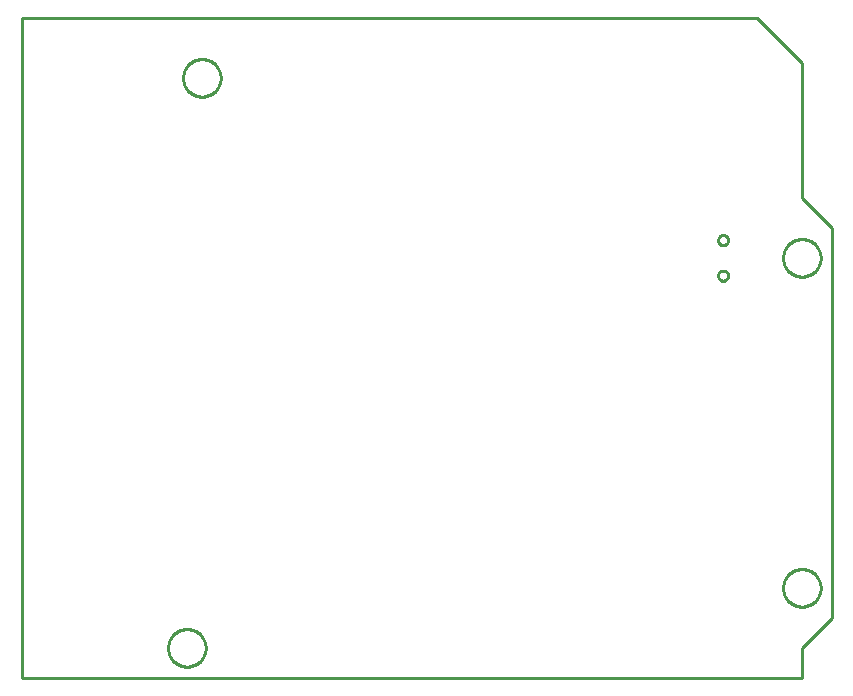
<source format=gko>
G04 EAGLE Gerber RS-274X export*
G75*
%MOMM*%
%FSLAX34Y34*%
%LPD*%
%INBoard Outline*%
%IPPOS*%
%AMOC8*
5,1,8,0,0,1.08239X$1,22.5*%
G01*
%ADD10C,0.000000*%
%ADD11C,0.254000*%


D10*
X0Y0D02*
X660200Y0D01*
X660200Y200D01*
X660400Y25400D01*
X685800Y50800D01*
X685800Y381000D01*
X660400Y406400D01*
X660200Y431600D01*
X660400Y520700D01*
X647700Y533400D01*
X634800Y545900D01*
X622100Y558800D01*
X0Y558800D01*
X0Y0D01*
X136525Y508000D02*
X136530Y508390D01*
X136544Y508779D01*
X136568Y509168D01*
X136601Y509556D01*
X136644Y509943D01*
X136697Y510329D01*
X136759Y510714D01*
X136830Y511097D01*
X136911Y511478D01*
X137001Y511857D01*
X137100Y512234D01*
X137209Y512608D01*
X137326Y512980D01*
X137453Y513348D01*
X137589Y513713D01*
X137733Y514075D01*
X137887Y514433D01*
X138049Y514787D01*
X138220Y515138D01*
X138399Y515483D01*
X138587Y515825D01*
X138784Y516161D01*
X138988Y516493D01*
X139200Y516820D01*
X139421Y517141D01*
X139649Y517457D01*
X139885Y517767D01*
X140128Y518071D01*
X140379Y518369D01*
X140637Y518661D01*
X140903Y518946D01*
X141175Y519225D01*
X141454Y519497D01*
X141739Y519763D01*
X142031Y520021D01*
X142329Y520272D01*
X142633Y520515D01*
X142943Y520751D01*
X143259Y520979D01*
X143580Y521200D01*
X143907Y521412D01*
X144239Y521616D01*
X144575Y521813D01*
X144917Y522001D01*
X145262Y522180D01*
X145613Y522351D01*
X145967Y522513D01*
X146325Y522667D01*
X146687Y522811D01*
X147052Y522947D01*
X147420Y523074D01*
X147792Y523191D01*
X148166Y523300D01*
X148543Y523399D01*
X148922Y523489D01*
X149303Y523570D01*
X149686Y523641D01*
X150071Y523703D01*
X150457Y523756D01*
X150844Y523799D01*
X151232Y523832D01*
X151621Y523856D01*
X152010Y523870D01*
X152400Y523875D01*
X152790Y523870D01*
X153179Y523856D01*
X153568Y523832D01*
X153956Y523799D01*
X154343Y523756D01*
X154729Y523703D01*
X155114Y523641D01*
X155497Y523570D01*
X155878Y523489D01*
X156257Y523399D01*
X156634Y523300D01*
X157008Y523191D01*
X157380Y523074D01*
X157748Y522947D01*
X158113Y522811D01*
X158475Y522667D01*
X158833Y522513D01*
X159187Y522351D01*
X159538Y522180D01*
X159883Y522001D01*
X160225Y521813D01*
X160561Y521616D01*
X160893Y521412D01*
X161220Y521200D01*
X161541Y520979D01*
X161857Y520751D01*
X162167Y520515D01*
X162471Y520272D01*
X162769Y520021D01*
X163061Y519763D01*
X163346Y519497D01*
X163625Y519225D01*
X163897Y518946D01*
X164163Y518661D01*
X164421Y518369D01*
X164672Y518071D01*
X164915Y517767D01*
X165151Y517457D01*
X165379Y517141D01*
X165600Y516820D01*
X165812Y516493D01*
X166016Y516161D01*
X166213Y515825D01*
X166401Y515483D01*
X166580Y515138D01*
X166751Y514787D01*
X166913Y514433D01*
X167067Y514075D01*
X167211Y513713D01*
X167347Y513348D01*
X167474Y512980D01*
X167591Y512608D01*
X167700Y512234D01*
X167799Y511857D01*
X167889Y511478D01*
X167970Y511097D01*
X168041Y510714D01*
X168103Y510329D01*
X168156Y509943D01*
X168199Y509556D01*
X168232Y509168D01*
X168256Y508779D01*
X168270Y508390D01*
X168275Y508000D01*
X168270Y507610D01*
X168256Y507221D01*
X168232Y506832D01*
X168199Y506444D01*
X168156Y506057D01*
X168103Y505671D01*
X168041Y505286D01*
X167970Y504903D01*
X167889Y504522D01*
X167799Y504143D01*
X167700Y503766D01*
X167591Y503392D01*
X167474Y503020D01*
X167347Y502652D01*
X167211Y502287D01*
X167067Y501925D01*
X166913Y501567D01*
X166751Y501213D01*
X166580Y500862D01*
X166401Y500517D01*
X166213Y500175D01*
X166016Y499839D01*
X165812Y499507D01*
X165600Y499180D01*
X165379Y498859D01*
X165151Y498543D01*
X164915Y498233D01*
X164672Y497929D01*
X164421Y497631D01*
X164163Y497339D01*
X163897Y497054D01*
X163625Y496775D01*
X163346Y496503D01*
X163061Y496237D01*
X162769Y495979D01*
X162471Y495728D01*
X162167Y495485D01*
X161857Y495249D01*
X161541Y495021D01*
X161220Y494800D01*
X160893Y494588D01*
X160561Y494384D01*
X160225Y494187D01*
X159883Y493999D01*
X159538Y493820D01*
X159187Y493649D01*
X158833Y493487D01*
X158475Y493333D01*
X158113Y493189D01*
X157748Y493053D01*
X157380Y492926D01*
X157008Y492809D01*
X156634Y492700D01*
X156257Y492601D01*
X155878Y492511D01*
X155497Y492430D01*
X155114Y492359D01*
X154729Y492297D01*
X154343Y492244D01*
X153956Y492201D01*
X153568Y492168D01*
X153179Y492144D01*
X152790Y492130D01*
X152400Y492125D01*
X152010Y492130D01*
X151621Y492144D01*
X151232Y492168D01*
X150844Y492201D01*
X150457Y492244D01*
X150071Y492297D01*
X149686Y492359D01*
X149303Y492430D01*
X148922Y492511D01*
X148543Y492601D01*
X148166Y492700D01*
X147792Y492809D01*
X147420Y492926D01*
X147052Y493053D01*
X146687Y493189D01*
X146325Y493333D01*
X145967Y493487D01*
X145613Y493649D01*
X145262Y493820D01*
X144917Y493999D01*
X144575Y494187D01*
X144239Y494384D01*
X143907Y494588D01*
X143580Y494800D01*
X143259Y495021D01*
X142943Y495249D01*
X142633Y495485D01*
X142329Y495728D01*
X142031Y495979D01*
X141739Y496237D01*
X141454Y496503D01*
X141175Y496775D01*
X140903Y497054D01*
X140637Y497339D01*
X140379Y497631D01*
X140128Y497929D01*
X139885Y498233D01*
X139649Y498543D01*
X139421Y498859D01*
X139200Y499180D01*
X138988Y499507D01*
X138784Y499839D01*
X138587Y500175D01*
X138399Y500517D01*
X138220Y500862D01*
X138049Y501213D01*
X137887Y501567D01*
X137733Y501925D01*
X137589Y502287D01*
X137453Y502652D01*
X137326Y503020D01*
X137209Y503392D01*
X137100Y503766D01*
X137001Y504143D01*
X136911Y504522D01*
X136830Y504903D01*
X136759Y505286D01*
X136697Y505671D01*
X136644Y506057D01*
X136601Y506444D01*
X136568Y506832D01*
X136544Y507221D01*
X136530Y507610D01*
X136525Y508000D01*
X644525Y355600D02*
X644530Y355990D01*
X644544Y356379D01*
X644568Y356768D01*
X644601Y357156D01*
X644644Y357543D01*
X644697Y357929D01*
X644759Y358314D01*
X644830Y358697D01*
X644911Y359078D01*
X645001Y359457D01*
X645100Y359834D01*
X645209Y360208D01*
X645326Y360580D01*
X645453Y360948D01*
X645589Y361313D01*
X645733Y361675D01*
X645887Y362033D01*
X646049Y362387D01*
X646220Y362738D01*
X646399Y363083D01*
X646587Y363425D01*
X646784Y363761D01*
X646988Y364093D01*
X647200Y364420D01*
X647421Y364741D01*
X647649Y365057D01*
X647885Y365367D01*
X648128Y365671D01*
X648379Y365969D01*
X648637Y366261D01*
X648903Y366546D01*
X649175Y366825D01*
X649454Y367097D01*
X649739Y367363D01*
X650031Y367621D01*
X650329Y367872D01*
X650633Y368115D01*
X650943Y368351D01*
X651259Y368579D01*
X651580Y368800D01*
X651907Y369012D01*
X652239Y369216D01*
X652575Y369413D01*
X652917Y369601D01*
X653262Y369780D01*
X653613Y369951D01*
X653967Y370113D01*
X654325Y370267D01*
X654687Y370411D01*
X655052Y370547D01*
X655420Y370674D01*
X655792Y370791D01*
X656166Y370900D01*
X656543Y370999D01*
X656922Y371089D01*
X657303Y371170D01*
X657686Y371241D01*
X658071Y371303D01*
X658457Y371356D01*
X658844Y371399D01*
X659232Y371432D01*
X659621Y371456D01*
X660010Y371470D01*
X660400Y371475D01*
X660790Y371470D01*
X661179Y371456D01*
X661568Y371432D01*
X661956Y371399D01*
X662343Y371356D01*
X662729Y371303D01*
X663114Y371241D01*
X663497Y371170D01*
X663878Y371089D01*
X664257Y370999D01*
X664634Y370900D01*
X665008Y370791D01*
X665380Y370674D01*
X665748Y370547D01*
X666113Y370411D01*
X666475Y370267D01*
X666833Y370113D01*
X667187Y369951D01*
X667538Y369780D01*
X667883Y369601D01*
X668225Y369413D01*
X668561Y369216D01*
X668893Y369012D01*
X669220Y368800D01*
X669541Y368579D01*
X669857Y368351D01*
X670167Y368115D01*
X670471Y367872D01*
X670769Y367621D01*
X671061Y367363D01*
X671346Y367097D01*
X671625Y366825D01*
X671897Y366546D01*
X672163Y366261D01*
X672421Y365969D01*
X672672Y365671D01*
X672915Y365367D01*
X673151Y365057D01*
X673379Y364741D01*
X673600Y364420D01*
X673812Y364093D01*
X674016Y363761D01*
X674213Y363425D01*
X674401Y363083D01*
X674580Y362738D01*
X674751Y362387D01*
X674913Y362033D01*
X675067Y361675D01*
X675211Y361313D01*
X675347Y360948D01*
X675474Y360580D01*
X675591Y360208D01*
X675700Y359834D01*
X675799Y359457D01*
X675889Y359078D01*
X675970Y358697D01*
X676041Y358314D01*
X676103Y357929D01*
X676156Y357543D01*
X676199Y357156D01*
X676232Y356768D01*
X676256Y356379D01*
X676270Y355990D01*
X676275Y355600D01*
X676270Y355210D01*
X676256Y354821D01*
X676232Y354432D01*
X676199Y354044D01*
X676156Y353657D01*
X676103Y353271D01*
X676041Y352886D01*
X675970Y352503D01*
X675889Y352122D01*
X675799Y351743D01*
X675700Y351366D01*
X675591Y350992D01*
X675474Y350620D01*
X675347Y350252D01*
X675211Y349887D01*
X675067Y349525D01*
X674913Y349167D01*
X674751Y348813D01*
X674580Y348462D01*
X674401Y348117D01*
X674213Y347775D01*
X674016Y347439D01*
X673812Y347107D01*
X673600Y346780D01*
X673379Y346459D01*
X673151Y346143D01*
X672915Y345833D01*
X672672Y345529D01*
X672421Y345231D01*
X672163Y344939D01*
X671897Y344654D01*
X671625Y344375D01*
X671346Y344103D01*
X671061Y343837D01*
X670769Y343579D01*
X670471Y343328D01*
X670167Y343085D01*
X669857Y342849D01*
X669541Y342621D01*
X669220Y342400D01*
X668893Y342188D01*
X668561Y341984D01*
X668225Y341787D01*
X667883Y341599D01*
X667538Y341420D01*
X667187Y341249D01*
X666833Y341087D01*
X666475Y340933D01*
X666113Y340789D01*
X665748Y340653D01*
X665380Y340526D01*
X665008Y340409D01*
X664634Y340300D01*
X664257Y340201D01*
X663878Y340111D01*
X663497Y340030D01*
X663114Y339959D01*
X662729Y339897D01*
X662343Y339844D01*
X661956Y339801D01*
X661568Y339768D01*
X661179Y339744D01*
X660790Y339730D01*
X660400Y339725D01*
X660010Y339730D01*
X659621Y339744D01*
X659232Y339768D01*
X658844Y339801D01*
X658457Y339844D01*
X658071Y339897D01*
X657686Y339959D01*
X657303Y340030D01*
X656922Y340111D01*
X656543Y340201D01*
X656166Y340300D01*
X655792Y340409D01*
X655420Y340526D01*
X655052Y340653D01*
X654687Y340789D01*
X654325Y340933D01*
X653967Y341087D01*
X653613Y341249D01*
X653262Y341420D01*
X652917Y341599D01*
X652575Y341787D01*
X652239Y341984D01*
X651907Y342188D01*
X651580Y342400D01*
X651259Y342621D01*
X650943Y342849D01*
X650633Y343085D01*
X650329Y343328D01*
X650031Y343579D01*
X649739Y343837D01*
X649454Y344103D01*
X649175Y344375D01*
X648903Y344654D01*
X648637Y344939D01*
X648379Y345231D01*
X648128Y345529D01*
X647885Y345833D01*
X647649Y346143D01*
X647421Y346459D01*
X647200Y346780D01*
X646988Y347107D01*
X646784Y347439D01*
X646587Y347775D01*
X646399Y348117D01*
X646220Y348462D01*
X646049Y348813D01*
X645887Y349167D01*
X645733Y349525D01*
X645589Y349887D01*
X645453Y350252D01*
X645326Y350620D01*
X645209Y350992D01*
X645100Y351366D01*
X645001Y351743D01*
X644911Y352122D01*
X644830Y352503D01*
X644759Y352886D01*
X644697Y353271D01*
X644644Y353657D01*
X644601Y354044D01*
X644568Y354432D01*
X644544Y354821D01*
X644530Y355210D01*
X644525Y355600D01*
X644525Y76200D02*
X644530Y76590D01*
X644544Y76979D01*
X644568Y77368D01*
X644601Y77756D01*
X644644Y78143D01*
X644697Y78529D01*
X644759Y78914D01*
X644830Y79297D01*
X644911Y79678D01*
X645001Y80057D01*
X645100Y80434D01*
X645209Y80808D01*
X645326Y81180D01*
X645453Y81548D01*
X645589Y81913D01*
X645733Y82275D01*
X645887Y82633D01*
X646049Y82987D01*
X646220Y83338D01*
X646399Y83683D01*
X646587Y84025D01*
X646784Y84361D01*
X646988Y84693D01*
X647200Y85020D01*
X647421Y85341D01*
X647649Y85657D01*
X647885Y85967D01*
X648128Y86271D01*
X648379Y86569D01*
X648637Y86861D01*
X648903Y87146D01*
X649175Y87425D01*
X649454Y87697D01*
X649739Y87963D01*
X650031Y88221D01*
X650329Y88472D01*
X650633Y88715D01*
X650943Y88951D01*
X651259Y89179D01*
X651580Y89400D01*
X651907Y89612D01*
X652239Y89816D01*
X652575Y90013D01*
X652917Y90201D01*
X653262Y90380D01*
X653613Y90551D01*
X653967Y90713D01*
X654325Y90867D01*
X654687Y91011D01*
X655052Y91147D01*
X655420Y91274D01*
X655792Y91391D01*
X656166Y91500D01*
X656543Y91599D01*
X656922Y91689D01*
X657303Y91770D01*
X657686Y91841D01*
X658071Y91903D01*
X658457Y91956D01*
X658844Y91999D01*
X659232Y92032D01*
X659621Y92056D01*
X660010Y92070D01*
X660400Y92075D01*
X660790Y92070D01*
X661179Y92056D01*
X661568Y92032D01*
X661956Y91999D01*
X662343Y91956D01*
X662729Y91903D01*
X663114Y91841D01*
X663497Y91770D01*
X663878Y91689D01*
X664257Y91599D01*
X664634Y91500D01*
X665008Y91391D01*
X665380Y91274D01*
X665748Y91147D01*
X666113Y91011D01*
X666475Y90867D01*
X666833Y90713D01*
X667187Y90551D01*
X667538Y90380D01*
X667883Y90201D01*
X668225Y90013D01*
X668561Y89816D01*
X668893Y89612D01*
X669220Y89400D01*
X669541Y89179D01*
X669857Y88951D01*
X670167Y88715D01*
X670471Y88472D01*
X670769Y88221D01*
X671061Y87963D01*
X671346Y87697D01*
X671625Y87425D01*
X671897Y87146D01*
X672163Y86861D01*
X672421Y86569D01*
X672672Y86271D01*
X672915Y85967D01*
X673151Y85657D01*
X673379Y85341D01*
X673600Y85020D01*
X673812Y84693D01*
X674016Y84361D01*
X674213Y84025D01*
X674401Y83683D01*
X674580Y83338D01*
X674751Y82987D01*
X674913Y82633D01*
X675067Y82275D01*
X675211Y81913D01*
X675347Y81548D01*
X675474Y81180D01*
X675591Y80808D01*
X675700Y80434D01*
X675799Y80057D01*
X675889Y79678D01*
X675970Y79297D01*
X676041Y78914D01*
X676103Y78529D01*
X676156Y78143D01*
X676199Y77756D01*
X676232Y77368D01*
X676256Y76979D01*
X676270Y76590D01*
X676275Y76200D01*
X676270Y75810D01*
X676256Y75421D01*
X676232Y75032D01*
X676199Y74644D01*
X676156Y74257D01*
X676103Y73871D01*
X676041Y73486D01*
X675970Y73103D01*
X675889Y72722D01*
X675799Y72343D01*
X675700Y71966D01*
X675591Y71592D01*
X675474Y71220D01*
X675347Y70852D01*
X675211Y70487D01*
X675067Y70125D01*
X674913Y69767D01*
X674751Y69413D01*
X674580Y69062D01*
X674401Y68717D01*
X674213Y68375D01*
X674016Y68039D01*
X673812Y67707D01*
X673600Y67380D01*
X673379Y67059D01*
X673151Y66743D01*
X672915Y66433D01*
X672672Y66129D01*
X672421Y65831D01*
X672163Y65539D01*
X671897Y65254D01*
X671625Y64975D01*
X671346Y64703D01*
X671061Y64437D01*
X670769Y64179D01*
X670471Y63928D01*
X670167Y63685D01*
X669857Y63449D01*
X669541Y63221D01*
X669220Y63000D01*
X668893Y62788D01*
X668561Y62584D01*
X668225Y62387D01*
X667883Y62199D01*
X667538Y62020D01*
X667187Y61849D01*
X666833Y61687D01*
X666475Y61533D01*
X666113Y61389D01*
X665748Y61253D01*
X665380Y61126D01*
X665008Y61009D01*
X664634Y60900D01*
X664257Y60801D01*
X663878Y60711D01*
X663497Y60630D01*
X663114Y60559D01*
X662729Y60497D01*
X662343Y60444D01*
X661956Y60401D01*
X661568Y60368D01*
X661179Y60344D01*
X660790Y60330D01*
X660400Y60325D01*
X660010Y60330D01*
X659621Y60344D01*
X659232Y60368D01*
X658844Y60401D01*
X658457Y60444D01*
X658071Y60497D01*
X657686Y60559D01*
X657303Y60630D01*
X656922Y60711D01*
X656543Y60801D01*
X656166Y60900D01*
X655792Y61009D01*
X655420Y61126D01*
X655052Y61253D01*
X654687Y61389D01*
X654325Y61533D01*
X653967Y61687D01*
X653613Y61849D01*
X653262Y62020D01*
X652917Y62199D01*
X652575Y62387D01*
X652239Y62584D01*
X651907Y62788D01*
X651580Y63000D01*
X651259Y63221D01*
X650943Y63449D01*
X650633Y63685D01*
X650329Y63928D01*
X650031Y64179D01*
X649739Y64437D01*
X649454Y64703D01*
X649175Y64975D01*
X648903Y65254D01*
X648637Y65539D01*
X648379Y65831D01*
X648128Y66129D01*
X647885Y66433D01*
X647649Y66743D01*
X647421Y67059D01*
X647200Y67380D01*
X646988Y67707D01*
X646784Y68039D01*
X646587Y68375D01*
X646399Y68717D01*
X646220Y69062D01*
X646049Y69413D01*
X645887Y69767D01*
X645733Y70125D01*
X645589Y70487D01*
X645453Y70852D01*
X645326Y71220D01*
X645209Y71592D01*
X645100Y71966D01*
X645001Y72343D01*
X644911Y72722D01*
X644830Y73103D01*
X644759Y73486D01*
X644697Y73871D01*
X644644Y74257D01*
X644601Y74644D01*
X644568Y75032D01*
X644544Y75421D01*
X644530Y75810D01*
X644525Y76200D01*
X123825Y25400D02*
X123830Y25790D01*
X123844Y26179D01*
X123868Y26568D01*
X123901Y26956D01*
X123944Y27343D01*
X123997Y27729D01*
X124059Y28114D01*
X124130Y28497D01*
X124211Y28878D01*
X124301Y29257D01*
X124400Y29634D01*
X124509Y30008D01*
X124626Y30380D01*
X124753Y30748D01*
X124889Y31113D01*
X125033Y31475D01*
X125187Y31833D01*
X125349Y32187D01*
X125520Y32538D01*
X125699Y32883D01*
X125887Y33225D01*
X126084Y33561D01*
X126288Y33893D01*
X126500Y34220D01*
X126721Y34541D01*
X126949Y34857D01*
X127185Y35167D01*
X127428Y35471D01*
X127679Y35769D01*
X127937Y36061D01*
X128203Y36346D01*
X128475Y36625D01*
X128754Y36897D01*
X129039Y37163D01*
X129331Y37421D01*
X129629Y37672D01*
X129933Y37915D01*
X130243Y38151D01*
X130559Y38379D01*
X130880Y38600D01*
X131207Y38812D01*
X131539Y39016D01*
X131875Y39213D01*
X132217Y39401D01*
X132562Y39580D01*
X132913Y39751D01*
X133267Y39913D01*
X133625Y40067D01*
X133987Y40211D01*
X134352Y40347D01*
X134720Y40474D01*
X135092Y40591D01*
X135466Y40700D01*
X135843Y40799D01*
X136222Y40889D01*
X136603Y40970D01*
X136986Y41041D01*
X137371Y41103D01*
X137757Y41156D01*
X138144Y41199D01*
X138532Y41232D01*
X138921Y41256D01*
X139310Y41270D01*
X139700Y41275D01*
X140090Y41270D01*
X140479Y41256D01*
X140868Y41232D01*
X141256Y41199D01*
X141643Y41156D01*
X142029Y41103D01*
X142414Y41041D01*
X142797Y40970D01*
X143178Y40889D01*
X143557Y40799D01*
X143934Y40700D01*
X144308Y40591D01*
X144680Y40474D01*
X145048Y40347D01*
X145413Y40211D01*
X145775Y40067D01*
X146133Y39913D01*
X146487Y39751D01*
X146838Y39580D01*
X147183Y39401D01*
X147525Y39213D01*
X147861Y39016D01*
X148193Y38812D01*
X148520Y38600D01*
X148841Y38379D01*
X149157Y38151D01*
X149467Y37915D01*
X149771Y37672D01*
X150069Y37421D01*
X150361Y37163D01*
X150646Y36897D01*
X150925Y36625D01*
X151197Y36346D01*
X151463Y36061D01*
X151721Y35769D01*
X151972Y35471D01*
X152215Y35167D01*
X152451Y34857D01*
X152679Y34541D01*
X152900Y34220D01*
X153112Y33893D01*
X153316Y33561D01*
X153513Y33225D01*
X153701Y32883D01*
X153880Y32538D01*
X154051Y32187D01*
X154213Y31833D01*
X154367Y31475D01*
X154511Y31113D01*
X154647Y30748D01*
X154774Y30380D01*
X154891Y30008D01*
X155000Y29634D01*
X155099Y29257D01*
X155189Y28878D01*
X155270Y28497D01*
X155341Y28114D01*
X155403Y27729D01*
X155456Y27343D01*
X155499Y26956D01*
X155532Y26568D01*
X155556Y26179D01*
X155570Y25790D01*
X155575Y25400D01*
X155570Y25010D01*
X155556Y24621D01*
X155532Y24232D01*
X155499Y23844D01*
X155456Y23457D01*
X155403Y23071D01*
X155341Y22686D01*
X155270Y22303D01*
X155189Y21922D01*
X155099Y21543D01*
X155000Y21166D01*
X154891Y20792D01*
X154774Y20420D01*
X154647Y20052D01*
X154511Y19687D01*
X154367Y19325D01*
X154213Y18967D01*
X154051Y18613D01*
X153880Y18262D01*
X153701Y17917D01*
X153513Y17575D01*
X153316Y17239D01*
X153112Y16907D01*
X152900Y16580D01*
X152679Y16259D01*
X152451Y15943D01*
X152215Y15633D01*
X151972Y15329D01*
X151721Y15031D01*
X151463Y14739D01*
X151197Y14454D01*
X150925Y14175D01*
X150646Y13903D01*
X150361Y13637D01*
X150069Y13379D01*
X149771Y13128D01*
X149467Y12885D01*
X149157Y12649D01*
X148841Y12421D01*
X148520Y12200D01*
X148193Y11988D01*
X147861Y11784D01*
X147525Y11587D01*
X147183Y11399D01*
X146838Y11220D01*
X146487Y11049D01*
X146133Y10887D01*
X145775Y10733D01*
X145413Y10589D01*
X145048Y10453D01*
X144680Y10326D01*
X144308Y10209D01*
X143934Y10100D01*
X143557Y10001D01*
X143178Y9911D01*
X142797Y9830D01*
X142414Y9759D01*
X142029Y9697D01*
X141643Y9644D01*
X141256Y9601D01*
X140868Y9568D01*
X140479Y9544D01*
X140090Y9530D01*
X139700Y9525D01*
X139310Y9530D01*
X138921Y9544D01*
X138532Y9568D01*
X138144Y9601D01*
X137757Y9644D01*
X137371Y9697D01*
X136986Y9759D01*
X136603Y9830D01*
X136222Y9911D01*
X135843Y10001D01*
X135466Y10100D01*
X135092Y10209D01*
X134720Y10326D01*
X134352Y10453D01*
X133987Y10589D01*
X133625Y10733D01*
X133267Y10887D01*
X132913Y11049D01*
X132562Y11220D01*
X132217Y11399D01*
X131875Y11587D01*
X131539Y11784D01*
X131207Y11988D01*
X130880Y12200D01*
X130559Y12421D01*
X130243Y12649D01*
X129933Y12885D01*
X129629Y13128D01*
X129331Y13379D01*
X129039Y13637D01*
X128754Y13903D01*
X128475Y14175D01*
X128203Y14454D01*
X127937Y14739D01*
X127679Y15031D01*
X127428Y15329D01*
X127185Y15633D01*
X126949Y15943D01*
X126721Y16259D01*
X126500Y16580D01*
X126288Y16907D01*
X126084Y17239D01*
X125887Y17575D01*
X125699Y17917D01*
X125520Y18262D01*
X125349Y18613D01*
X125187Y18967D01*
X125033Y19325D01*
X124889Y19687D01*
X124753Y20052D01*
X124626Y20420D01*
X124509Y20792D01*
X124400Y21166D01*
X124301Y21543D01*
X124211Y21922D01*
X124130Y22303D01*
X124059Y22686D01*
X123997Y23071D01*
X123944Y23457D01*
X123901Y23844D01*
X123868Y24232D01*
X123844Y24621D01*
X123830Y25010D01*
X123825Y25400D01*
X589475Y370600D02*
X589477Y370730D01*
X589483Y370860D01*
X589493Y370990D01*
X589507Y371120D01*
X589525Y371249D01*
X589547Y371377D01*
X589572Y371505D01*
X589602Y371632D01*
X589636Y371758D01*
X589673Y371882D01*
X589714Y372006D01*
X589759Y372128D01*
X589808Y372249D01*
X589860Y372368D01*
X589916Y372486D01*
X589976Y372602D01*
X590039Y372716D01*
X590106Y372828D01*
X590176Y372937D01*
X590249Y373045D01*
X590325Y373150D01*
X590405Y373253D01*
X590488Y373354D01*
X590574Y373452D01*
X590663Y373547D01*
X590755Y373640D01*
X590849Y373729D01*
X590946Y373816D01*
X591046Y373899D01*
X591149Y373980D01*
X591253Y374057D01*
X591360Y374131D01*
X591470Y374202D01*
X591581Y374270D01*
X591695Y374334D01*
X591810Y374394D01*
X591927Y374451D01*
X592046Y374504D01*
X592167Y374554D01*
X592288Y374600D01*
X592412Y374642D01*
X592536Y374680D01*
X592662Y374715D01*
X592788Y374746D01*
X592916Y374772D01*
X593044Y374795D01*
X593173Y374814D01*
X593302Y374829D01*
X593432Y374840D01*
X593562Y374847D01*
X593692Y374850D01*
X593823Y374849D01*
X593953Y374844D01*
X594083Y374835D01*
X594212Y374822D01*
X594342Y374805D01*
X594470Y374784D01*
X594598Y374759D01*
X594725Y374731D01*
X594851Y374698D01*
X594976Y374662D01*
X595100Y374621D01*
X595223Y374577D01*
X595344Y374530D01*
X595464Y374478D01*
X595582Y374423D01*
X595698Y374364D01*
X595812Y374302D01*
X595925Y374236D01*
X596035Y374167D01*
X596143Y374095D01*
X596249Y374019D01*
X596353Y373940D01*
X596454Y373858D01*
X596553Y373773D01*
X596649Y373685D01*
X596742Y373594D01*
X596832Y373500D01*
X596919Y373403D01*
X597004Y373304D01*
X597085Y373202D01*
X597163Y373098D01*
X597238Y372992D01*
X597310Y372883D01*
X597378Y372772D01*
X597443Y372659D01*
X597504Y372544D01*
X597562Y372427D01*
X597616Y372309D01*
X597667Y372189D01*
X597714Y372067D01*
X597757Y371944D01*
X597796Y371820D01*
X597832Y371695D01*
X597863Y371568D01*
X597891Y371441D01*
X597915Y371313D01*
X597935Y371184D01*
X597951Y371055D01*
X597963Y370925D01*
X597971Y370795D01*
X597975Y370665D01*
X597975Y370535D01*
X597971Y370405D01*
X597963Y370275D01*
X597951Y370145D01*
X597935Y370016D01*
X597915Y369887D01*
X597891Y369759D01*
X597863Y369632D01*
X597832Y369505D01*
X597796Y369380D01*
X597757Y369256D01*
X597714Y369133D01*
X597667Y369011D01*
X597616Y368891D01*
X597562Y368773D01*
X597504Y368656D01*
X597443Y368541D01*
X597378Y368428D01*
X597310Y368317D01*
X597238Y368208D01*
X597163Y368102D01*
X597085Y367998D01*
X597004Y367896D01*
X596919Y367797D01*
X596832Y367700D01*
X596742Y367606D01*
X596649Y367515D01*
X596553Y367427D01*
X596454Y367342D01*
X596353Y367260D01*
X596249Y367181D01*
X596143Y367105D01*
X596035Y367033D01*
X595925Y366964D01*
X595812Y366898D01*
X595698Y366836D01*
X595582Y366777D01*
X595464Y366722D01*
X595344Y366670D01*
X595223Y366623D01*
X595100Y366579D01*
X594976Y366538D01*
X594851Y366502D01*
X594725Y366469D01*
X594598Y366441D01*
X594470Y366416D01*
X594342Y366395D01*
X594212Y366378D01*
X594083Y366365D01*
X593953Y366356D01*
X593823Y366351D01*
X593692Y366350D01*
X593562Y366353D01*
X593432Y366360D01*
X593302Y366371D01*
X593173Y366386D01*
X593044Y366405D01*
X592916Y366428D01*
X592788Y366454D01*
X592662Y366485D01*
X592536Y366520D01*
X592412Y366558D01*
X592288Y366600D01*
X592167Y366646D01*
X592046Y366696D01*
X591927Y366749D01*
X591810Y366806D01*
X591695Y366866D01*
X591581Y366930D01*
X591470Y366998D01*
X591360Y367069D01*
X591253Y367143D01*
X591149Y367220D01*
X591046Y367301D01*
X590946Y367384D01*
X590849Y367471D01*
X590755Y367560D01*
X590663Y367653D01*
X590574Y367748D01*
X590488Y367846D01*
X590405Y367947D01*
X590325Y368050D01*
X590249Y368155D01*
X590176Y368263D01*
X590106Y368372D01*
X590039Y368484D01*
X589976Y368598D01*
X589916Y368714D01*
X589860Y368832D01*
X589808Y368951D01*
X589759Y369072D01*
X589714Y369194D01*
X589673Y369318D01*
X589636Y369442D01*
X589602Y369568D01*
X589572Y369695D01*
X589547Y369823D01*
X589525Y369951D01*
X589507Y370080D01*
X589493Y370210D01*
X589483Y370340D01*
X589477Y370470D01*
X589475Y370600D01*
X589475Y340600D02*
X589477Y340730D01*
X589483Y340860D01*
X589493Y340990D01*
X589507Y341120D01*
X589525Y341249D01*
X589547Y341377D01*
X589572Y341505D01*
X589602Y341632D01*
X589636Y341758D01*
X589673Y341882D01*
X589714Y342006D01*
X589759Y342128D01*
X589808Y342249D01*
X589860Y342368D01*
X589916Y342486D01*
X589976Y342602D01*
X590039Y342716D01*
X590106Y342828D01*
X590176Y342937D01*
X590249Y343045D01*
X590325Y343150D01*
X590405Y343253D01*
X590488Y343354D01*
X590574Y343452D01*
X590663Y343547D01*
X590755Y343640D01*
X590849Y343729D01*
X590946Y343816D01*
X591046Y343899D01*
X591149Y343980D01*
X591253Y344057D01*
X591360Y344131D01*
X591470Y344202D01*
X591581Y344270D01*
X591695Y344334D01*
X591810Y344394D01*
X591927Y344451D01*
X592046Y344504D01*
X592167Y344554D01*
X592288Y344600D01*
X592412Y344642D01*
X592536Y344680D01*
X592662Y344715D01*
X592788Y344746D01*
X592916Y344772D01*
X593044Y344795D01*
X593173Y344814D01*
X593302Y344829D01*
X593432Y344840D01*
X593562Y344847D01*
X593692Y344850D01*
X593823Y344849D01*
X593953Y344844D01*
X594083Y344835D01*
X594212Y344822D01*
X594342Y344805D01*
X594470Y344784D01*
X594598Y344759D01*
X594725Y344731D01*
X594851Y344698D01*
X594976Y344662D01*
X595100Y344621D01*
X595223Y344577D01*
X595344Y344530D01*
X595464Y344478D01*
X595582Y344423D01*
X595698Y344364D01*
X595812Y344302D01*
X595925Y344236D01*
X596035Y344167D01*
X596143Y344095D01*
X596249Y344019D01*
X596353Y343940D01*
X596454Y343858D01*
X596553Y343773D01*
X596649Y343685D01*
X596742Y343594D01*
X596832Y343500D01*
X596919Y343403D01*
X597004Y343304D01*
X597085Y343202D01*
X597163Y343098D01*
X597238Y342992D01*
X597310Y342883D01*
X597378Y342772D01*
X597443Y342659D01*
X597504Y342544D01*
X597562Y342427D01*
X597616Y342309D01*
X597667Y342189D01*
X597714Y342067D01*
X597757Y341944D01*
X597796Y341820D01*
X597832Y341695D01*
X597863Y341568D01*
X597891Y341441D01*
X597915Y341313D01*
X597935Y341184D01*
X597951Y341055D01*
X597963Y340925D01*
X597971Y340795D01*
X597975Y340665D01*
X597975Y340535D01*
X597971Y340405D01*
X597963Y340275D01*
X597951Y340145D01*
X597935Y340016D01*
X597915Y339887D01*
X597891Y339759D01*
X597863Y339632D01*
X597832Y339505D01*
X597796Y339380D01*
X597757Y339256D01*
X597714Y339133D01*
X597667Y339011D01*
X597616Y338891D01*
X597562Y338773D01*
X597504Y338656D01*
X597443Y338541D01*
X597378Y338428D01*
X597310Y338317D01*
X597238Y338208D01*
X597163Y338102D01*
X597085Y337998D01*
X597004Y337896D01*
X596919Y337797D01*
X596832Y337700D01*
X596742Y337606D01*
X596649Y337515D01*
X596553Y337427D01*
X596454Y337342D01*
X596353Y337260D01*
X596249Y337181D01*
X596143Y337105D01*
X596035Y337033D01*
X595925Y336964D01*
X595812Y336898D01*
X595698Y336836D01*
X595582Y336777D01*
X595464Y336722D01*
X595344Y336670D01*
X595223Y336623D01*
X595100Y336579D01*
X594976Y336538D01*
X594851Y336502D01*
X594725Y336469D01*
X594598Y336441D01*
X594470Y336416D01*
X594342Y336395D01*
X594212Y336378D01*
X594083Y336365D01*
X593953Y336356D01*
X593823Y336351D01*
X593692Y336350D01*
X593562Y336353D01*
X593432Y336360D01*
X593302Y336371D01*
X593173Y336386D01*
X593044Y336405D01*
X592916Y336428D01*
X592788Y336454D01*
X592662Y336485D01*
X592536Y336520D01*
X592412Y336558D01*
X592288Y336600D01*
X592167Y336646D01*
X592046Y336696D01*
X591927Y336749D01*
X591810Y336806D01*
X591695Y336866D01*
X591581Y336930D01*
X591470Y336998D01*
X591360Y337069D01*
X591253Y337143D01*
X591149Y337220D01*
X591046Y337301D01*
X590946Y337384D01*
X590849Y337471D01*
X590755Y337560D01*
X590663Y337653D01*
X590574Y337748D01*
X590488Y337846D01*
X590405Y337947D01*
X590325Y338050D01*
X590249Y338155D01*
X590176Y338263D01*
X590106Y338372D01*
X590039Y338484D01*
X589976Y338598D01*
X589916Y338714D01*
X589860Y338832D01*
X589808Y338951D01*
X589759Y339072D01*
X589714Y339194D01*
X589673Y339318D01*
X589636Y339442D01*
X589602Y339568D01*
X589572Y339695D01*
X589547Y339823D01*
X589525Y339951D01*
X589507Y340080D01*
X589493Y340210D01*
X589483Y340340D01*
X589477Y340470D01*
X589475Y340600D01*
D11*
X0Y0D02*
X660200Y0D01*
X660200Y200D01*
X660400Y25400D01*
X685800Y50800D01*
X685800Y381000D01*
X660400Y406400D01*
X660200Y431600D01*
X660400Y520700D01*
X647700Y533400D01*
X634800Y545900D01*
X622100Y558800D01*
X0Y558800D01*
X0Y0D01*
X168275Y507480D02*
X168207Y506443D01*
X168071Y505413D01*
X167869Y504393D01*
X167600Y503389D01*
X167265Y502405D01*
X166868Y501445D01*
X166408Y500513D01*
X165888Y499612D01*
X165311Y498748D01*
X164678Y497924D01*
X163993Y497142D01*
X163258Y496407D01*
X162476Y495722D01*
X161652Y495089D01*
X160788Y494512D01*
X159887Y493992D01*
X158955Y493532D01*
X157995Y493135D01*
X157011Y492800D01*
X156007Y492531D01*
X154987Y492329D01*
X153957Y492193D01*
X152920Y492125D01*
X151880Y492125D01*
X150843Y492193D01*
X149813Y492329D01*
X148793Y492531D01*
X147789Y492800D01*
X146805Y493135D01*
X145845Y493532D01*
X144913Y493992D01*
X144012Y494512D01*
X143148Y495089D01*
X142324Y495722D01*
X141542Y496407D01*
X140807Y497142D01*
X140122Y497924D01*
X139489Y498748D01*
X138912Y499612D01*
X138392Y500513D01*
X137932Y501445D01*
X137535Y502405D01*
X137200Y503389D01*
X136931Y504393D01*
X136729Y505413D01*
X136593Y506443D01*
X136525Y507480D01*
X136525Y508520D01*
X136593Y509557D01*
X136729Y510587D01*
X136931Y511607D01*
X137200Y512611D01*
X137535Y513595D01*
X137932Y514555D01*
X138392Y515487D01*
X138912Y516388D01*
X139489Y517252D01*
X140122Y518076D01*
X140807Y518858D01*
X141542Y519593D01*
X142324Y520278D01*
X143148Y520911D01*
X144012Y521488D01*
X144913Y522008D01*
X145845Y522468D01*
X146805Y522865D01*
X147789Y523200D01*
X148793Y523469D01*
X149813Y523671D01*
X150843Y523807D01*
X151880Y523875D01*
X152920Y523875D01*
X153957Y523807D01*
X154987Y523671D01*
X156007Y523469D01*
X157011Y523200D01*
X157995Y522865D01*
X158955Y522468D01*
X159887Y522008D01*
X160788Y521488D01*
X161652Y520911D01*
X162476Y520278D01*
X163258Y519593D01*
X163993Y518858D01*
X164678Y518076D01*
X165311Y517252D01*
X165888Y516388D01*
X166408Y515487D01*
X166868Y514555D01*
X167265Y513595D01*
X167600Y512611D01*
X167869Y511607D01*
X168071Y510587D01*
X168207Y509557D01*
X168275Y508520D01*
X168275Y507480D01*
X676275Y355080D02*
X676207Y354043D01*
X676071Y353013D01*
X675869Y351993D01*
X675600Y350989D01*
X675265Y350005D01*
X674868Y349045D01*
X674408Y348113D01*
X673888Y347212D01*
X673311Y346348D01*
X672678Y345524D01*
X671993Y344742D01*
X671258Y344007D01*
X670476Y343322D01*
X669652Y342689D01*
X668788Y342112D01*
X667887Y341592D01*
X666955Y341132D01*
X665995Y340735D01*
X665011Y340400D01*
X664007Y340131D01*
X662987Y339929D01*
X661957Y339793D01*
X660920Y339725D01*
X659880Y339725D01*
X658843Y339793D01*
X657813Y339929D01*
X656793Y340131D01*
X655789Y340400D01*
X654805Y340735D01*
X653845Y341132D01*
X652913Y341592D01*
X652012Y342112D01*
X651148Y342689D01*
X650324Y343322D01*
X649542Y344007D01*
X648807Y344742D01*
X648122Y345524D01*
X647489Y346348D01*
X646912Y347212D01*
X646392Y348113D01*
X645932Y349045D01*
X645535Y350005D01*
X645200Y350989D01*
X644931Y351993D01*
X644729Y353013D01*
X644593Y354043D01*
X644525Y355080D01*
X644525Y356120D01*
X644593Y357157D01*
X644729Y358187D01*
X644931Y359207D01*
X645200Y360211D01*
X645535Y361195D01*
X645932Y362155D01*
X646392Y363087D01*
X646912Y363988D01*
X647489Y364852D01*
X648122Y365676D01*
X648807Y366458D01*
X649542Y367193D01*
X650324Y367878D01*
X651148Y368511D01*
X652012Y369088D01*
X652913Y369608D01*
X653845Y370068D01*
X654805Y370465D01*
X655789Y370800D01*
X656793Y371069D01*
X657813Y371271D01*
X658843Y371407D01*
X659880Y371475D01*
X660920Y371475D01*
X661957Y371407D01*
X662987Y371271D01*
X664007Y371069D01*
X665011Y370800D01*
X665995Y370465D01*
X666955Y370068D01*
X667887Y369608D01*
X668788Y369088D01*
X669652Y368511D01*
X670476Y367878D01*
X671258Y367193D01*
X671993Y366458D01*
X672678Y365676D01*
X673311Y364852D01*
X673888Y363988D01*
X674408Y363087D01*
X674868Y362155D01*
X675265Y361195D01*
X675600Y360211D01*
X675869Y359207D01*
X676071Y358187D01*
X676207Y357157D01*
X676275Y356120D01*
X676275Y355080D01*
X676275Y75680D02*
X676207Y74643D01*
X676071Y73613D01*
X675869Y72593D01*
X675600Y71589D01*
X675265Y70605D01*
X674868Y69645D01*
X674408Y68713D01*
X673888Y67812D01*
X673311Y66948D01*
X672678Y66124D01*
X671993Y65342D01*
X671258Y64607D01*
X670476Y63922D01*
X669652Y63289D01*
X668788Y62712D01*
X667887Y62192D01*
X666955Y61732D01*
X665995Y61335D01*
X665011Y61000D01*
X664007Y60731D01*
X662987Y60529D01*
X661957Y60393D01*
X660920Y60325D01*
X659880Y60325D01*
X658843Y60393D01*
X657813Y60529D01*
X656793Y60731D01*
X655789Y61000D01*
X654805Y61335D01*
X653845Y61732D01*
X652913Y62192D01*
X652012Y62712D01*
X651148Y63289D01*
X650324Y63922D01*
X649542Y64607D01*
X648807Y65342D01*
X648122Y66124D01*
X647489Y66948D01*
X646912Y67812D01*
X646392Y68713D01*
X645932Y69645D01*
X645535Y70605D01*
X645200Y71589D01*
X644931Y72593D01*
X644729Y73613D01*
X644593Y74643D01*
X644525Y75680D01*
X644525Y76720D01*
X644593Y77757D01*
X644729Y78787D01*
X644931Y79807D01*
X645200Y80811D01*
X645535Y81795D01*
X645932Y82755D01*
X646392Y83687D01*
X646912Y84588D01*
X647489Y85452D01*
X648122Y86276D01*
X648807Y87058D01*
X649542Y87793D01*
X650324Y88478D01*
X651148Y89111D01*
X652012Y89688D01*
X652913Y90208D01*
X653845Y90668D01*
X654805Y91065D01*
X655789Y91400D01*
X656793Y91669D01*
X657813Y91871D01*
X658843Y92007D01*
X659880Y92075D01*
X660920Y92075D01*
X661957Y92007D01*
X662987Y91871D01*
X664007Y91669D01*
X665011Y91400D01*
X665995Y91065D01*
X666955Y90668D01*
X667887Y90208D01*
X668788Y89688D01*
X669652Y89111D01*
X670476Y88478D01*
X671258Y87793D01*
X671993Y87058D01*
X672678Y86276D01*
X673311Y85452D01*
X673888Y84588D01*
X674408Y83687D01*
X674868Y82755D01*
X675265Y81795D01*
X675600Y80811D01*
X675869Y79807D01*
X676071Y78787D01*
X676207Y77757D01*
X676275Y76720D01*
X676275Y75680D01*
X155575Y24880D02*
X155507Y23843D01*
X155371Y22813D01*
X155169Y21793D01*
X154900Y20789D01*
X154565Y19805D01*
X154168Y18845D01*
X153708Y17913D01*
X153188Y17012D01*
X152611Y16148D01*
X151978Y15324D01*
X151293Y14542D01*
X150558Y13807D01*
X149776Y13122D01*
X148952Y12489D01*
X148088Y11912D01*
X147187Y11392D01*
X146255Y10932D01*
X145295Y10535D01*
X144311Y10200D01*
X143307Y9931D01*
X142287Y9729D01*
X141257Y9593D01*
X140220Y9525D01*
X139180Y9525D01*
X138143Y9593D01*
X137113Y9729D01*
X136093Y9931D01*
X135089Y10200D01*
X134105Y10535D01*
X133145Y10932D01*
X132213Y11392D01*
X131312Y11912D01*
X130448Y12489D01*
X129624Y13122D01*
X128842Y13807D01*
X128107Y14542D01*
X127422Y15324D01*
X126789Y16148D01*
X126212Y17012D01*
X125692Y17913D01*
X125232Y18845D01*
X124835Y19805D01*
X124500Y20789D01*
X124231Y21793D01*
X124029Y22813D01*
X123893Y23843D01*
X123825Y24880D01*
X123825Y25920D01*
X123893Y26957D01*
X124029Y27987D01*
X124231Y29007D01*
X124500Y30011D01*
X124835Y30995D01*
X125232Y31955D01*
X125692Y32887D01*
X126212Y33788D01*
X126789Y34652D01*
X127422Y35476D01*
X128107Y36258D01*
X128842Y36993D01*
X129624Y37678D01*
X130448Y38311D01*
X131312Y38888D01*
X132213Y39408D01*
X133145Y39868D01*
X134105Y40265D01*
X135089Y40600D01*
X136093Y40869D01*
X137113Y41071D01*
X138143Y41207D01*
X139180Y41275D01*
X140220Y41275D01*
X141257Y41207D01*
X142287Y41071D01*
X143307Y40869D01*
X144311Y40600D01*
X145295Y40265D01*
X146255Y39868D01*
X147187Y39408D01*
X148088Y38888D01*
X148952Y38311D01*
X149776Y37678D01*
X150558Y36993D01*
X151293Y36258D01*
X151978Y35476D01*
X152611Y34652D01*
X153188Y33788D01*
X153708Y32887D01*
X154168Y31955D01*
X154565Y30995D01*
X154900Y30011D01*
X155169Y29007D01*
X155371Y27987D01*
X155507Y26957D01*
X155575Y25920D01*
X155575Y24880D01*
X594004Y374850D02*
X594556Y374777D01*
X595094Y374633D01*
X595609Y374420D01*
X596091Y374141D01*
X596533Y373802D01*
X596927Y373408D01*
X597266Y372966D01*
X597545Y372484D01*
X597758Y371969D01*
X597902Y371431D01*
X597975Y370879D01*
X597975Y370321D01*
X597902Y369769D01*
X597758Y369231D01*
X597545Y368716D01*
X597266Y368234D01*
X596927Y367792D01*
X596533Y367398D01*
X596091Y367059D01*
X595609Y366780D01*
X595094Y366567D01*
X594556Y366423D01*
X594004Y366350D01*
X593446Y366350D01*
X592894Y366423D01*
X592356Y366567D01*
X591841Y366780D01*
X591359Y367059D01*
X590917Y367398D01*
X590523Y367792D01*
X590184Y368234D01*
X589905Y368716D01*
X589692Y369231D01*
X589548Y369769D01*
X589475Y370321D01*
X589475Y370879D01*
X589548Y371431D01*
X589692Y371969D01*
X589905Y372484D01*
X590184Y372966D01*
X590523Y373408D01*
X590917Y373802D01*
X591359Y374141D01*
X591841Y374420D01*
X592356Y374633D01*
X592894Y374777D01*
X593446Y374850D01*
X594004Y374850D01*
X594004Y344850D02*
X594556Y344777D01*
X595094Y344633D01*
X595609Y344420D01*
X596091Y344141D01*
X596533Y343802D01*
X596927Y343408D01*
X597266Y342966D01*
X597545Y342484D01*
X597758Y341969D01*
X597902Y341431D01*
X597975Y340879D01*
X597975Y340321D01*
X597902Y339769D01*
X597758Y339231D01*
X597545Y338716D01*
X597266Y338234D01*
X596927Y337792D01*
X596533Y337398D01*
X596091Y337059D01*
X595609Y336780D01*
X595094Y336567D01*
X594556Y336423D01*
X594004Y336350D01*
X593446Y336350D01*
X592894Y336423D01*
X592356Y336567D01*
X591841Y336780D01*
X591359Y337059D01*
X590917Y337398D01*
X590523Y337792D01*
X590184Y338234D01*
X589905Y338716D01*
X589692Y339231D01*
X589548Y339769D01*
X589475Y340321D01*
X589475Y340879D01*
X589548Y341431D01*
X589692Y341969D01*
X589905Y342484D01*
X590184Y342966D01*
X590523Y343408D01*
X590917Y343802D01*
X591359Y344141D01*
X591841Y344420D01*
X592356Y344633D01*
X592894Y344777D01*
X593446Y344850D01*
X594004Y344850D01*
M02*

</source>
